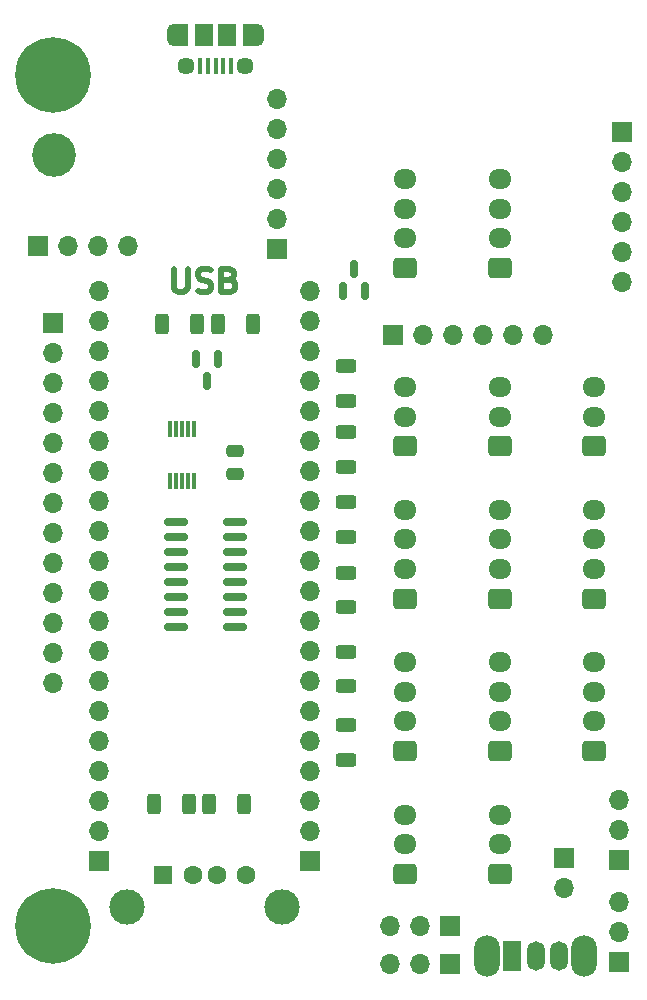
<source format=gbr>
%TF.GenerationSoftware,KiCad,Pcbnew,6.0.11-2627ca5db0~126~ubuntu20.04.1*%
%TF.CreationDate,2023-03-20T13:17:59+01:00*%
%TF.ProjectId,mirte_combination,6d697274-655f-4636-9f6d-62696e617469,rev?*%
%TF.SameCoordinates,Original*%
%TF.FileFunction,Soldermask,Top*%
%TF.FilePolarity,Negative*%
%FSLAX46Y46*%
G04 Gerber Fmt 4.6, Leading zero omitted, Abs format (unit mm)*
G04 Created by KiCad (PCBNEW 6.0.11-2627ca5db0~126~ubuntu20.04.1) date 2023-03-20 13:17:59*
%MOMM*%
%LPD*%
G01*
G04 APERTURE LIST*
G04 Aperture macros list*
%AMRoundRect*
0 Rectangle with rounded corners*
0 $1 Rounding radius*
0 $2 $3 $4 $5 $6 $7 $8 $9 X,Y pos of 4 corners*
0 Add a 4 corners polygon primitive as box body*
4,1,4,$2,$3,$4,$5,$6,$7,$8,$9,$2,$3,0*
0 Add four circle primitives for the rounded corners*
1,1,$1+$1,$2,$3*
1,1,$1+$1,$4,$5*
1,1,$1+$1,$6,$7*
1,1,$1+$1,$8,$9*
0 Add four rect primitives between the rounded corners*
20,1,$1+$1,$2,$3,$4,$5,0*
20,1,$1+$1,$4,$5,$6,$7,0*
20,1,$1+$1,$6,$7,$8,$9,0*
20,1,$1+$1,$8,$9,$2,$3,0*%
G04 Aperture macros list end*
%ADD10C,0.500000*%
%ADD11RoundRect,0.250000X-0.312500X-0.625000X0.312500X-0.625000X0.312500X0.625000X-0.312500X0.625000X0*%
%ADD12RoundRect,0.250000X0.725000X-0.600000X0.725000X0.600000X-0.725000X0.600000X-0.725000X-0.600000X0*%
%ADD13O,1.950000X1.700000*%
%ADD14R,0.300000X1.400000*%
%ADD15RoundRect,0.250000X0.625000X-0.312500X0.625000X0.312500X-0.625000X0.312500X-0.625000X-0.312500X0*%
%ADD16RoundRect,0.150000X0.150000X-0.587500X0.150000X0.587500X-0.150000X0.587500X-0.150000X-0.587500X0*%
%ADD17RoundRect,0.250000X0.312500X0.625000X-0.312500X0.625000X-0.312500X-0.625000X0.312500X-0.625000X0*%
%ADD18C,6.400000*%
%ADD19R,1.700000X1.700000*%
%ADD20O,1.700000X1.700000*%
%ADD21RoundRect,0.250000X-0.475000X0.250000X-0.475000X-0.250000X0.475000X-0.250000X0.475000X0.250000X0*%
%ADD22RoundRect,0.250000X-0.625000X0.312500X-0.625000X-0.312500X0.625000X-0.312500X0.625000X0.312500X0*%
%ADD23RoundRect,0.150000X-0.150000X0.587500X-0.150000X-0.587500X0.150000X-0.587500X0.150000X0.587500X0*%
%ADD24RoundRect,0.150000X-0.825000X-0.150000X0.825000X-0.150000X0.825000X0.150000X-0.825000X0.150000X0*%
%ADD25C,3.700000*%
%ADD26O,2.200000X3.500000*%
%ADD27R,1.500000X2.500000*%
%ADD28O,1.500000X2.500000*%
%ADD29R,0.400000X1.350000*%
%ADD30C,1.450000*%
%ADD31R,1.200000X1.900000*%
%ADD32R,1.500000X1.900000*%
%ADD33O,1.200000X1.900000*%
%ADD34R,1.600000X1.500000*%
%ADD35C,1.600000*%
%ADD36C,3.000000*%
G04 APERTURE END LIST*
D10*
X115236190Y-71364761D02*
X115236190Y-72983809D01*
X115331428Y-73174285D01*
X115426666Y-73269523D01*
X115617142Y-73364761D01*
X115998095Y-73364761D01*
X116188571Y-73269523D01*
X116283809Y-73174285D01*
X116379047Y-72983809D01*
X116379047Y-71364761D01*
X117236190Y-73269523D02*
X117521904Y-73364761D01*
X117998095Y-73364761D01*
X118188571Y-73269523D01*
X118283809Y-73174285D01*
X118379047Y-72983809D01*
X118379047Y-72793333D01*
X118283809Y-72602857D01*
X118188571Y-72507619D01*
X117998095Y-72412380D01*
X117617142Y-72317142D01*
X117426666Y-72221904D01*
X117331428Y-72126666D01*
X117236190Y-71936190D01*
X117236190Y-71745714D01*
X117331428Y-71555238D01*
X117426666Y-71460000D01*
X117617142Y-71364761D01*
X118093333Y-71364761D01*
X118379047Y-71460000D01*
X119902857Y-72317142D02*
X120188571Y-72412380D01*
X120283809Y-72507619D01*
X120379047Y-72698095D01*
X120379047Y-72983809D01*
X120283809Y-73174285D01*
X120188571Y-73269523D01*
X119998095Y-73364761D01*
X119236190Y-73364761D01*
X119236190Y-71364761D01*
X119902857Y-71364761D01*
X120093333Y-71460000D01*
X120188571Y-71555238D01*
X120283809Y-71745714D01*
X120283809Y-71936190D01*
X120188571Y-72126666D01*
X120093333Y-72221904D01*
X119902857Y-72317142D01*
X119236190Y-72317142D01*
D11*
%TO.C,R2*%
X118987500Y-76050000D03*
X121912500Y-76050000D03*
%TD*%
D12*
%TO.C,J9*%
X134800000Y-122600000D03*
D13*
X134800000Y-120100000D03*
X134800000Y-117600000D03*
%TD*%
D14*
%TO.C,U2*%
X114910000Y-89350000D03*
X115410000Y-89350000D03*
X115910000Y-89350000D03*
X116410000Y-89350000D03*
X116910000Y-89350000D03*
X116910000Y-84950000D03*
X116410000Y-84950000D03*
X115910000Y-84950000D03*
X115410000Y-84950000D03*
X114910000Y-84950000D03*
%TD*%
D15*
%TO.C,R7*%
X129750000Y-112937500D03*
X129750000Y-110012500D03*
%TD*%
D16*
%TO.C,Q1*%
X129500000Y-73247500D03*
X131400000Y-73247500D03*
X130450000Y-71372500D03*
%TD*%
D11*
%TO.C,R8*%
X113573300Y-116667800D03*
X116498300Y-116667800D03*
%TD*%
D17*
%TO.C,R9*%
X121152500Y-116670000D03*
X118227500Y-116670000D03*
%TD*%
D18*
%TO.C,REF\u002A\u002A*%
X105000000Y-127000000D03*
%TD*%
D19*
%TO.C,J4*%
X108871000Y-121500000D03*
D20*
X108871000Y-118960000D03*
X108871000Y-116420000D03*
X108871000Y-113880000D03*
X108871000Y-111340000D03*
X108871000Y-108800000D03*
X108871000Y-106260000D03*
X108871000Y-103720000D03*
X108871000Y-101180000D03*
X108871000Y-98640000D03*
X108871000Y-96100000D03*
X108871000Y-93560000D03*
X108871000Y-91020000D03*
X108871000Y-88480000D03*
X108871000Y-85940000D03*
X108871000Y-83400000D03*
X108871000Y-80860000D03*
X108871000Y-78320000D03*
X108871000Y-75780000D03*
X108871000Y-73240000D03*
%TD*%
D21*
%TO.C,C1*%
X120390000Y-86840000D03*
X120390000Y-88740000D03*
%TD*%
D19*
%TO.C,J1*%
X138575000Y-127050000D03*
D20*
X136035000Y-127050000D03*
X133495000Y-127050000D03*
%TD*%
D12*
%TO.C,J14*%
X142800000Y-112200000D03*
D13*
X142800000Y-109700000D03*
X142800000Y-107200000D03*
X142800000Y-104700000D03*
%TD*%
D12*
%TO.C,J10*%
X142800000Y-99300000D03*
D13*
X142800000Y-96800000D03*
X142800000Y-94300000D03*
X142800000Y-91800000D03*
%TD*%
D22*
%TO.C,R4*%
X129750000Y-91137500D03*
X129750000Y-94062500D03*
%TD*%
D12*
%TO.C,J12*%
X134800000Y-86400000D03*
D13*
X134800000Y-83900000D03*
X134800000Y-81400000D03*
%TD*%
D12*
%TO.C,J24*%
X142800000Y-71304000D03*
D13*
X142800000Y-68804000D03*
X142800000Y-66304000D03*
X142800000Y-63804000D03*
%TD*%
D19*
%TO.C,J18*%
X153170000Y-59820000D03*
D20*
X153170000Y-62360000D03*
X153170000Y-64900000D03*
X153170000Y-67440000D03*
X153170000Y-69980000D03*
X153170000Y-72520000D03*
%TD*%
D23*
%TO.C,Q2*%
X118975000Y-79037500D03*
X117075000Y-79037500D03*
X118025000Y-80912500D03*
%TD*%
D19*
%TO.C,J19*%
X152925000Y-121450000D03*
D20*
X152925000Y-118910000D03*
X152925000Y-116370000D03*
%TD*%
D19*
%TO.C,J2*%
X126701400Y-121500000D03*
D20*
X126701400Y-118960000D03*
X126701400Y-116420000D03*
X126701400Y-113880000D03*
X126701400Y-111340000D03*
X126701400Y-108800000D03*
X126701400Y-106260000D03*
X126701400Y-103720000D03*
X126701400Y-101180000D03*
X126701400Y-98640000D03*
X126701400Y-96100000D03*
X126701400Y-93560000D03*
X126701400Y-91020000D03*
X126701400Y-88480000D03*
X126701400Y-85940000D03*
X126701400Y-83400000D03*
X126701400Y-80860000D03*
X126701400Y-78320000D03*
X126701400Y-75780000D03*
X126701400Y-73240000D03*
%TD*%
D12*
%TO.C,J21*%
X142800000Y-122600000D03*
D13*
X142800000Y-120100000D03*
X142800000Y-117600000D03*
%TD*%
D12*
%TO.C,J7*%
X150800000Y-86400000D03*
D13*
X150800000Y-83900000D03*
X150800000Y-81400000D03*
%TD*%
D19*
%TO.C,J3*%
X138575000Y-130225000D03*
D20*
X136035000Y-130225000D03*
X133495000Y-130225000D03*
%TD*%
D12*
%TO.C,J25*%
X134800000Y-112200000D03*
D13*
X134800000Y-109700000D03*
X134800000Y-107200000D03*
X134800000Y-104700000D03*
%TD*%
D12*
%TO.C,J23*%
X134800000Y-71314000D03*
D13*
X134800000Y-68814000D03*
X134800000Y-66314000D03*
X134800000Y-63814000D03*
%TD*%
D12*
%TO.C,J28*%
X150800000Y-112200000D03*
D13*
X150800000Y-109700000D03*
X150800000Y-107200000D03*
X150800000Y-104700000D03*
%TD*%
D19*
%TO.C,J37*%
X148250000Y-121250000D03*
D20*
X148250000Y-123790000D03*
%TD*%
D12*
%TO.C,J30*%
X150800000Y-99300000D03*
D13*
X150800000Y-96800000D03*
X150800000Y-94300000D03*
X150800000Y-91800000D03*
%TD*%
D24*
%TO.C,U1*%
X115435000Y-92845000D03*
X115435000Y-94115000D03*
X115435000Y-95385000D03*
X115435000Y-96655000D03*
X115435000Y-97925000D03*
X115435000Y-99195000D03*
X115435000Y-100465000D03*
X115435000Y-101735000D03*
X120385000Y-101735000D03*
X120385000Y-100465000D03*
X120385000Y-99195000D03*
X120385000Y-97925000D03*
X120385000Y-96655000D03*
X120385000Y-95385000D03*
X120385000Y-94115000D03*
X120385000Y-92845000D03*
%TD*%
D22*
%TO.C,R6*%
X129750000Y-103812500D03*
X129750000Y-106737500D03*
%TD*%
%TO.C,R11*%
X129775000Y-79650000D03*
X129775000Y-82575000D03*
%TD*%
D19*
%TO.C,J11*%
X105000000Y-76000000D03*
D20*
X105000000Y-78540000D03*
X105000000Y-81080000D03*
X105000000Y-83620000D03*
X105000000Y-86160000D03*
X105000000Y-88700000D03*
X105000000Y-91240000D03*
X105000000Y-93780000D03*
X105000000Y-96320000D03*
X105000000Y-98860000D03*
X105000000Y-101400000D03*
X105000000Y-103940000D03*
X105000000Y-106480000D03*
%TD*%
D12*
%TO.C,J26*%
X142800000Y-86400000D03*
D13*
X142800000Y-83900000D03*
X142800000Y-81400000D03*
%TD*%
D25*
%TO.C,REF\u002A\u002A*%
X105100000Y-61770000D03*
%TD*%
D15*
%TO.C,R10*%
X129750000Y-88137500D03*
X129750000Y-85212500D03*
%TD*%
D11*
%TO.C,R3*%
X114225000Y-76050000D03*
X117150000Y-76050000D03*
%TD*%
D26*
%TO.C,SW1*%
X141750000Y-129525000D03*
X149950000Y-129525000D03*
D27*
X143850000Y-129525000D03*
D28*
X145850000Y-129525000D03*
X147850000Y-129525000D03*
%TD*%
D19*
%TO.C,J17*%
X133800000Y-77000000D03*
D20*
X136340000Y-77000000D03*
X138880000Y-77000000D03*
X141420000Y-77000000D03*
X143960000Y-77000000D03*
X146500000Y-77000000D03*
%TD*%
D29*
%TO.C,J34*%
X120050000Y-54250000D03*
X119400000Y-54250000D03*
X118750000Y-54250000D03*
X118100000Y-54250000D03*
X117450000Y-54250000D03*
D30*
X116250000Y-54250000D03*
D31*
X115850000Y-51550000D03*
D32*
X119750000Y-51550000D03*
D30*
X121250000Y-54250000D03*
D33*
X122250000Y-51550000D03*
D31*
X121650000Y-51550000D03*
D32*
X117750000Y-51550000D03*
D33*
X115250000Y-51550000D03*
%TD*%
D34*
%TO.C,J35*%
X114330000Y-122750000D03*
D35*
X116830000Y-122750000D03*
X118830000Y-122750000D03*
X121330000Y-122750000D03*
D36*
X124400000Y-125460000D03*
X111260000Y-125460000D03*
%TD*%
D18*
%TO.C,REF\u002A\u002A*%
X105000000Y-55000000D03*
%TD*%
D12*
%TO.C,J20*%
X134800000Y-99300000D03*
D13*
X134800000Y-96800000D03*
X134800000Y-94300000D03*
X134800000Y-91800000D03*
%TD*%
D19*
%TO.C,J8*%
X123925000Y-69721400D03*
D20*
X123925000Y-67181400D03*
X123925000Y-64641400D03*
X123925000Y-62101400D03*
X123925000Y-59561400D03*
X123925000Y-57021400D03*
%TD*%
D19*
%TO.C,J33*%
X103700000Y-69475000D03*
D20*
X106240000Y-69475000D03*
X108780000Y-69475000D03*
X111320000Y-69475000D03*
%TD*%
D15*
%TO.C,R5*%
X129750000Y-100037500D03*
X129750000Y-97112500D03*
%TD*%
D19*
%TO.C,J27*%
X152925000Y-130100000D03*
D20*
X152925000Y-127560000D03*
X152925000Y-125020000D03*
%TD*%
M02*

</source>
